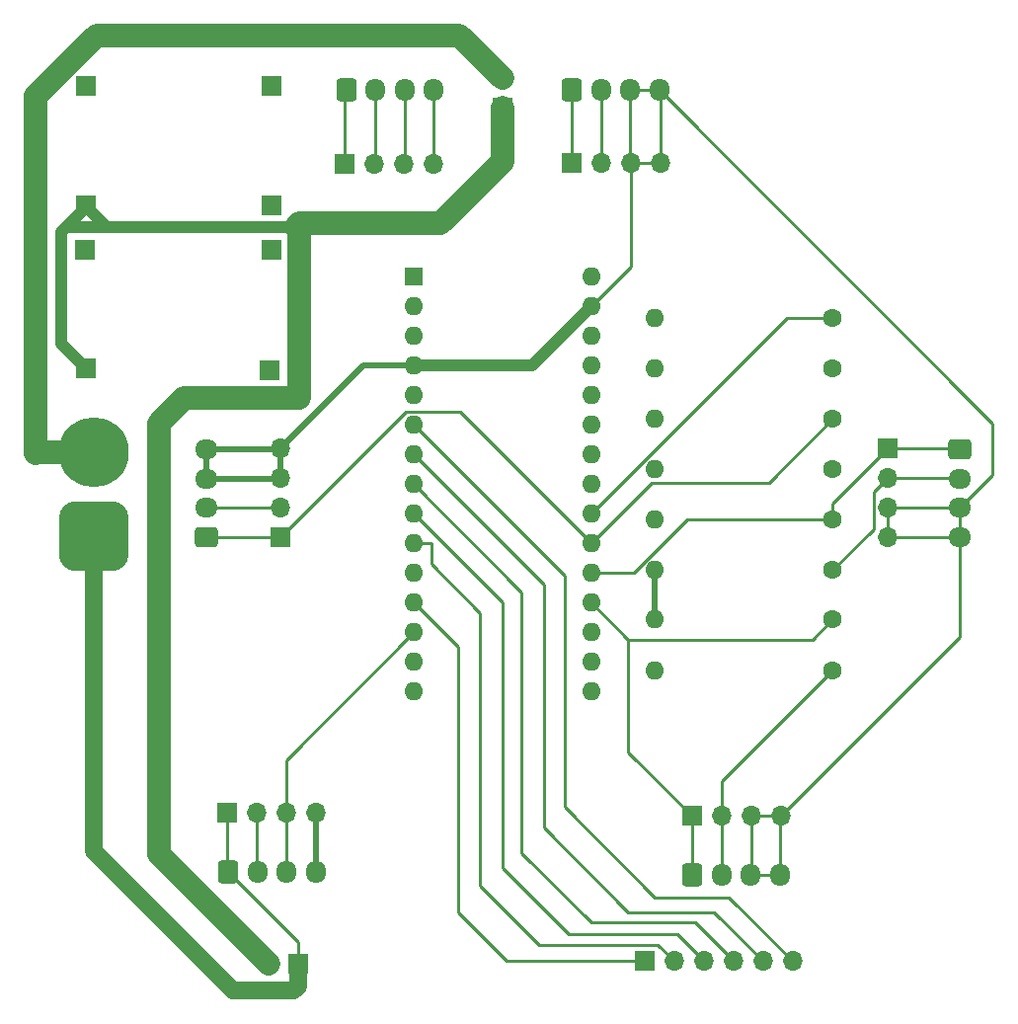
<source format=gtl>
G04 #@! TF.GenerationSoftware,KiCad,Pcbnew,7.0.1*
G04 #@! TF.CreationDate,2023-05-08T23:10:09+02:00*
G04 #@! TF.ProjectId,rockobot,726f636b-6f62-46f7-942e-6b696361645f,V1*
G04 #@! TF.SameCoordinates,Original*
G04 #@! TF.FileFunction,Copper,L1,Top*
G04 #@! TF.FilePolarity,Positive*
%FSLAX46Y46*%
G04 Gerber Fmt 4.6, Leading zero omitted, Abs format (unit mm)*
G04 Created by KiCad (PCBNEW 7.0.1) date 2023-05-08 23:10:09*
%MOMM*%
%LPD*%
G01*
G04 APERTURE LIST*
G04 Aperture macros list*
%AMRoundRect*
0 Rectangle with rounded corners*
0 $1 Rounding radius*
0 $2 $3 $4 $5 $6 $7 $8 $9 X,Y pos of 4 corners*
0 Add a 4 corners polygon primitive as box body*
4,1,4,$2,$3,$4,$5,$6,$7,$8,$9,$2,$3,0*
0 Add four circle primitives for the rounded corners*
1,1,$1+$1,$2,$3*
1,1,$1+$1,$4,$5*
1,1,$1+$1,$6,$7*
1,1,$1+$1,$8,$9*
0 Add four rect primitives between the rounded corners*
20,1,$1+$1,$2,$3,$4,$5,0*
20,1,$1+$1,$4,$5,$6,$7,0*
20,1,$1+$1,$6,$7,$8,$9,0*
20,1,$1+$1,$8,$9,$2,$3,0*%
G04 Aperture macros list end*
G04 #@! TA.AperFunction,ComponentPad*
%ADD10RoundRect,0.250000X-0.600000X-0.725000X0.600000X-0.725000X0.600000X0.725000X-0.600000X0.725000X0*%
G04 #@! TD*
G04 #@! TA.AperFunction,ComponentPad*
%ADD11O,1.700000X1.950000*%
G04 #@! TD*
G04 #@! TA.AperFunction,ComponentPad*
%ADD12R,1.700000X1.700000*%
G04 #@! TD*
G04 #@! TA.AperFunction,ComponentPad*
%ADD13C,1.600000*%
G04 #@! TD*
G04 #@! TA.AperFunction,ComponentPad*
%ADD14O,1.600000X1.600000*%
G04 #@! TD*
G04 #@! TA.AperFunction,ComponentPad*
%ADD15RoundRect,0.250000X0.725000X-0.600000X0.725000X0.600000X-0.725000X0.600000X-0.725000X-0.600000X0*%
G04 #@! TD*
G04 #@! TA.AperFunction,ComponentPad*
%ADD16O,1.950000X1.700000*%
G04 #@! TD*
G04 #@! TA.AperFunction,ComponentPad*
%ADD17O,1.700000X1.700000*%
G04 #@! TD*
G04 #@! TA.AperFunction,ComponentPad*
%ADD18RoundRect,1.500000X1.500000X-1.500000X1.500000X1.500000X-1.500000X1.500000X-1.500000X-1.500000X0*%
G04 #@! TD*
G04 #@! TA.AperFunction,ComponentPad*
%ADD19C,6.000000*%
G04 #@! TD*
G04 #@! TA.AperFunction,ComponentPad*
%ADD20R,1.600000X1.600000*%
G04 #@! TD*
G04 #@! TA.AperFunction,ComponentPad*
%ADD21RoundRect,0.250000X-0.725000X0.600000X-0.725000X-0.600000X0.725000X-0.600000X0.725000X0.600000X0*%
G04 #@! TD*
G04 #@! TA.AperFunction,Conductor*
%ADD22C,0.250000*%
G04 #@! TD*
G04 #@! TA.AperFunction,Conductor*
%ADD23C,1.000000*%
G04 #@! TD*
G04 #@! TA.AperFunction,Conductor*
%ADD24C,1.500000*%
G04 #@! TD*
G04 #@! TA.AperFunction,Conductor*
%ADD25C,0.500000*%
G04 #@! TD*
G04 #@! TA.AperFunction,Conductor*
%ADD26C,2.000000*%
G04 #@! TD*
G04 APERTURE END LIST*
D10*
X149472000Y-70866000D03*
D11*
X151972000Y-70866000D03*
X154472000Y-70866000D03*
X156972000Y-70866000D03*
D12*
X123698000Y-80772000D03*
D13*
X171831000Y-107696000D03*
D14*
X156591000Y-107696000D03*
D13*
X171831000Y-103378000D03*
D14*
X156591000Y-103378000D03*
D10*
X120008000Y-137922000D03*
D11*
X122508000Y-137922000D03*
X125008000Y-137922000D03*
X127508000Y-137922000D03*
D13*
X171831000Y-116239000D03*
D14*
X156591000Y-116239000D03*
D15*
X118110000Y-109180000D03*
D16*
X118110000Y-106680000D03*
X118110000Y-104180000D03*
X118110000Y-101680000D03*
D10*
X130108000Y-70849000D03*
D11*
X132608000Y-70849000D03*
X135108000Y-70849000D03*
X137608000Y-70849000D03*
D12*
X129988000Y-77199000D03*
D17*
X132528000Y-77199000D03*
X135068000Y-77199000D03*
X137608000Y-77199000D03*
D12*
X107823000Y-94742000D03*
X119888000Y-132842000D03*
D17*
X122428000Y-132842000D03*
X124968000Y-132842000D03*
X127508000Y-132842000D03*
D12*
X176513000Y-101600000D03*
D17*
X176513000Y-104140000D03*
X176513000Y-106680000D03*
X176513000Y-109220000D03*
D13*
X171831000Y-120599000D03*
D14*
X156591000Y-120599000D03*
D12*
X123698000Y-70485000D03*
X123698000Y-84582000D03*
D13*
X171831000Y-94742000D03*
D14*
X156591000Y-94742000D03*
D10*
X159806000Y-138176000D03*
D11*
X162306000Y-138176000D03*
X164806000Y-138176000D03*
X167306000Y-138176000D03*
D12*
X124460000Y-109220000D03*
D17*
X124460000Y-106680000D03*
X124460000Y-104140000D03*
X124460000Y-101600000D03*
D12*
X107696000Y-84582000D03*
D18*
X108458000Y-109134000D03*
D19*
X108458000Y-101934000D03*
D12*
X123571000Y-94869000D03*
X143510000Y-72390000D03*
D17*
X143510000Y-69850000D03*
D12*
X107823000Y-70485000D03*
D20*
X135900000Y-86868000D03*
D14*
X135900000Y-89408000D03*
X135900000Y-91948000D03*
X135900000Y-94488000D03*
X135900000Y-97028000D03*
X135900000Y-99568000D03*
X135900000Y-102108000D03*
X135900000Y-104648000D03*
X135900000Y-107188000D03*
X135900000Y-109728000D03*
X135900000Y-112268000D03*
X135900000Y-114808000D03*
X135900000Y-117348000D03*
X135900000Y-119888000D03*
X135900000Y-122428000D03*
X151140000Y-122428000D03*
X151140000Y-119888000D03*
X151140000Y-117348000D03*
X151140000Y-114808000D03*
X151140000Y-112268000D03*
X151140000Y-109728000D03*
X151140000Y-107188000D03*
X151140000Y-104648000D03*
X151140000Y-102108000D03*
X151140000Y-99568000D03*
X151140000Y-97028000D03*
X151140000Y-94488000D03*
X151140000Y-91948000D03*
X151140000Y-89408000D03*
X151140000Y-86868000D03*
D13*
X171831000Y-99060000D03*
D14*
X156591000Y-99060000D03*
D12*
X125984000Y-145796000D03*
D17*
X123444000Y-145796000D03*
D12*
X155702000Y-145542000D03*
D17*
X158242000Y-145542000D03*
X160782000Y-145542000D03*
X163322000Y-145542000D03*
X165862000Y-145542000D03*
X168402000Y-145542000D03*
D12*
X149479000Y-77089000D03*
D17*
X152019000Y-77089000D03*
X154559000Y-77089000D03*
X157099000Y-77089000D03*
D13*
X171831000Y-90424000D03*
D14*
X156591000Y-90424000D03*
D12*
X159766000Y-133096000D03*
D17*
X162306000Y-133096000D03*
X164846000Y-133096000D03*
X167386000Y-133096000D03*
D13*
X171831000Y-112014000D03*
D14*
X156591000Y-112014000D03*
D21*
X182753000Y-101680000D03*
D16*
X182753000Y-104180000D03*
X182753000Y-106680000D03*
X182753000Y-109180000D03*
D12*
X107823000Y-80772000D03*
D22*
X151140000Y-107188000D02*
X167904000Y-90424000D01*
D23*
X107823000Y-80899000D02*
X106172000Y-82550000D01*
X107823000Y-80772000D02*
X107823000Y-80899000D01*
X105664000Y-92583000D02*
X107823000Y-94742000D01*
X105664000Y-83058000D02*
X105664000Y-92583000D01*
X106172000Y-82550000D02*
X105664000Y-83058000D01*
X107823000Y-80790000D02*
X107823000Y-80772000D01*
X109601000Y-82568000D02*
X107823000Y-80790000D01*
X110254000Y-82568000D02*
X109601000Y-82568000D01*
D22*
X156972000Y-70866000D02*
X185547000Y-99441000D01*
X164806000Y-138176000D02*
X167306000Y-138176000D01*
X154472000Y-70866000D02*
X154472000Y-77002000D01*
D24*
X125603000Y-148082000D02*
X120396000Y-148082000D01*
D22*
X154559000Y-77089000D02*
X157099000Y-77089000D01*
X185547000Y-103886000D02*
X182753000Y-106680000D01*
D24*
X125984000Y-147701000D02*
X125603000Y-148082000D01*
D22*
X176513000Y-106680000D02*
X176513000Y-109220000D01*
X125984000Y-143898000D02*
X125984000Y-145796000D01*
X185547000Y-99441000D02*
X185547000Y-103886000D01*
X154559000Y-85989000D02*
X154559000Y-77089000D01*
X182753000Y-106680000D02*
X182753000Y-109180000D01*
D24*
X108458000Y-136144000D02*
X108458000Y-109134000D01*
D22*
X119888000Y-132842000D02*
X119888000Y-137802000D01*
X164846000Y-138136000D02*
X164806000Y-138176000D01*
X167306000Y-138176000D02*
X167306000Y-133176000D01*
X154472000Y-77002000D02*
X154559000Y-77089000D01*
D25*
X118110000Y-104180000D02*
X124420000Y-104180000D01*
D23*
X146060000Y-94488000D02*
X151140000Y-89408000D01*
D22*
X157099000Y-70993000D02*
X156972000Y-70866000D01*
D23*
X135900000Y-94488000D02*
X146060000Y-94488000D01*
D25*
X131572000Y-94488000D02*
X135900000Y-94488000D01*
D22*
X176513000Y-106680000D02*
X182753000Y-106680000D01*
D25*
X124460000Y-101600000D02*
X124460000Y-104140000D01*
X118110000Y-101680000D02*
X118110000Y-104180000D01*
D22*
X182753000Y-117729000D02*
X182753000Y-109180000D01*
X167306000Y-133176000D02*
X167386000Y-133096000D01*
X120008000Y-137922000D02*
X125984000Y-143898000D01*
X124420000Y-104180000D02*
X124460000Y-104140000D01*
D24*
X120396000Y-148082000D02*
X108458000Y-136144000D01*
D25*
X124460000Y-101600000D02*
X131572000Y-94488000D01*
D22*
X176553000Y-109180000D02*
X176513000Y-109220000D01*
X154472000Y-70866000D02*
X156972000Y-70866000D01*
D25*
X118110000Y-101680000D02*
X124380000Y-101680000D01*
D22*
X164846000Y-133096000D02*
X164846000Y-138136000D01*
X157099000Y-77089000D02*
X157099000Y-70993000D01*
X124380000Y-101680000D02*
X124460000Y-101600000D01*
X130108000Y-70849000D02*
X129988000Y-70969000D01*
X129988000Y-70969000D02*
X129988000Y-77199000D01*
X164846000Y-133096000D02*
X167386000Y-133096000D01*
X119888000Y-137802000D02*
X120008000Y-137922000D01*
X182753000Y-109180000D02*
X176553000Y-109180000D01*
X167386000Y-133096000D02*
X182753000Y-117729000D01*
X151140000Y-89408000D02*
X154559000Y-85989000D01*
D24*
X125984000Y-145796000D02*
X125984000Y-147701000D01*
D22*
X156591000Y-140081000D02*
X162941000Y-140081000D01*
X148844000Y-132334000D02*
X156591000Y-140081000D01*
X135900000Y-99568000D02*
X148844000Y-112512000D01*
X162941000Y-140081000D02*
X168402000Y-145542000D01*
X148844000Y-112512000D02*
X148844000Y-132334000D01*
X135900000Y-102108000D02*
X147066000Y-113274000D01*
X147066000Y-134112000D02*
X154305000Y-141351000D01*
X161671000Y-141351000D02*
X165862000Y-145542000D01*
X154305000Y-141351000D02*
X161671000Y-141351000D01*
X147066000Y-113274000D02*
X147066000Y-134112000D01*
X151130000Y-142240000D02*
X160020000Y-142240000D01*
X160020000Y-142240000D02*
X163322000Y-145542000D01*
X145161000Y-136271000D02*
X151130000Y-142240000D01*
X145161000Y-113909000D02*
X145161000Y-136271000D01*
X135900000Y-104648000D02*
X145161000Y-113909000D01*
X135900000Y-107188000D02*
X143510000Y-114798000D01*
X143510000Y-137541000D02*
X149225000Y-143256000D01*
X149225000Y-143256000D02*
X158496000Y-143256000D01*
X143510000Y-114798000D02*
X143510000Y-137541000D01*
X158496000Y-143256000D02*
X160782000Y-145542000D01*
X146685000Y-144145000D02*
X156845000Y-144145000D01*
X135900000Y-109728000D02*
X137414000Y-109728000D01*
X156845000Y-144145000D02*
X158242000Y-145542000D01*
X141605000Y-139065000D02*
X146685000Y-144145000D01*
X137414000Y-111506000D02*
X141605000Y-115697000D01*
X141605000Y-115697000D02*
X141605000Y-139065000D01*
X137414000Y-109728000D02*
X137414000Y-111506000D01*
X143891000Y-145542000D02*
X155702000Y-145542000D01*
X139700000Y-141351000D02*
X143891000Y-145542000D01*
X139700000Y-118608000D02*
X139700000Y-141351000D01*
X135900000Y-114808000D02*
X139700000Y-118608000D01*
X135108000Y-77159000D02*
X135068000Y-77199000D01*
X124968000Y-137882000D02*
X125008000Y-137922000D01*
X135108000Y-70849000D02*
X135108000Y-77159000D01*
X124968000Y-128280000D02*
X135900000Y-117348000D01*
X124968000Y-132842000D02*
X124968000Y-137882000D01*
X124968000Y-132842000D02*
X124968000Y-128280000D01*
X132608000Y-70849000D02*
X132608000Y-77119000D01*
X132608000Y-77119000D02*
X132528000Y-77199000D01*
X122428000Y-137842000D02*
X122508000Y-137922000D01*
X122428000Y-132842000D02*
X122428000Y-137842000D01*
X154315000Y-117983000D02*
X154315000Y-127645000D01*
X170087000Y-117983000D02*
X154315000Y-117983000D01*
X154315000Y-127645000D02*
X159766000Y-133096000D01*
X154315000Y-117983000D02*
X151140000Y-114808000D01*
X159766000Y-138136000D02*
X159806000Y-138176000D01*
X159766000Y-133096000D02*
X159766000Y-138136000D01*
X171831000Y-116239000D02*
X170087000Y-117983000D01*
X182673000Y-101600000D02*
X182753000Y-101680000D01*
X176513000Y-101600000D02*
X182673000Y-101600000D01*
X176513000Y-101600000D02*
X171831000Y-106282000D01*
X171831000Y-106282000D02*
X171831000Y-107696000D01*
X151140000Y-112268000D02*
X154746009Y-112268000D01*
X154746009Y-112268000D02*
X159318009Y-107696000D01*
X159318009Y-107696000D02*
X171831000Y-107696000D01*
X139855000Y-98443000D02*
X151140000Y-109728000D01*
X151140000Y-109728000D02*
X156347000Y-104521000D01*
X135237000Y-98443000D02*
X139855000Y-98443000D01*
X166370000Y-104521000D02*
X171831000Y-99060000D01*
X118110000Y-109180000D02*
X118150000Y-109220000D01*
X156347000Y-104521000D02*
X166370000Y-104521000D01*
X124460000Y-109220000D02*
X135237000Y-98443000D01*
X118150000Y-109220000D02*
X124460000Y-109220000D01*
X149479000Y-70873000D02*
X149479000Y-77089000D01*
X149472000Y-70866000D02*
X149479000Y-70873000D01*
X167904000Y-90424000D02*
X171831000Y-90424000D01*
D26*
X108712000Y-66167000D02*
X139827000Y-66167000D01*
X139827000Y-66167000D02*
X143510000Y-69850000D01*
X108458000Y-101934000D02*
X103552000Y-101934000D01*
X103505000Y-71374000D02*
X108712000Y-66167000D01*
X103505000Y-101981000D02*
X103505000Y-71374000D01*
D22*
X103552000Y-101934000D02*
X103505000Y-101981000D01*
X162306000Y-130124000D02*
X171831000Y-120599000D01*
X162306000Y-138176000D02*
X162306000Y-133096000D01*
X162306000Y-133096000D02*
X162306000Y-130124000D01*
X151972000Y-70866000D02*
X151972000Y-77042000D01*
X151972000Y-77042000D02*
X152019000Y-77089000D01*
X176513000Y-104140000D02*
X175338000Y-105315000D01*
X175338000Y-108507000D02*
X171831000Y-112014000D01*
X175338000Y-105315000D02*
X175338000Y-108507000D01*
X182713000Y-104140000D02*
X182753000Y-104180000D01*
X176513000Y-104140000D02*
X182713000Y-104140000D01*
X118110000Y-106680000D02*
X124460000Y-106680000D01*
D26*
X126111000Y-97282000D02*
X116205000Y-97282000D01*
X116205000Y-97282000D02*
X114046000Y-99441000D01*
X114046000Y-99441000D02*
X114046000Y-136398000D01*
D23*
X125839000Y-82568000D02*
X110254000Y-82568000D01*
D26*
X114046000Y-136398000D02*
X123444000Y-145796000D01*
X126111000Y-97282000D02*
X126111000Y-82296000D01*
X126111000Y-82296000D02*
X138222000Y-82296000D01*
D23*
X106190000Y-82568000D02*
X106172000Y-82550000D01*
D26*
X126111000Y-82296000D02*
X125839000Y-82568000D01*
D23*
X110254000Y-82568000D02*
X106190000Y-82568000D01*
D26*
X143510000Y-77008000D02*
X143510000Y-72390000D01*
X138222000Y-82296000D02*
X143510000Y-77008000D01*
D25*
X156591000Y-112014000D02*
X156591000Y-116239000D01*
X127508000Y-132842000D02*
X127508000Y-137922000D01*
D22*
X137608000Y-70849000D02*
X137608000Y-77199000D01*
M02*

</source>
